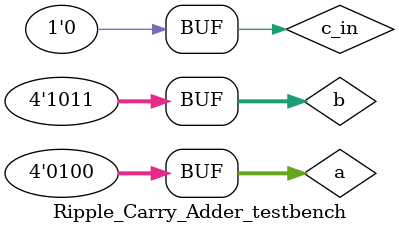
<source format=v>
`timescale 1ns / 1ps
module Full_Adder(sum,carry,a,b,c_in);
input a,b,c_in;
output sum,carry;
wire s1,c1,c2;
xor(s1,a,b);
xor(sum,s1,c_in);
and(c1,a,b);
and(c2,c_in,s1);
or(carry,c1,c2);
endmodule

/////////////////////////////RIPPLE CARRY ADDER DESIGN BLOCK////////////////////////////////
module Ripple_Carry_Adder(sum,c_out,a,b,c_in);
input [3:0]a,b;
output [3:0]sum;
output c_out;
input c_in;
wire c1,c2,c3;
Full_Adder fa0(sum[0],c1,a[0],b[0],c_in);
Full_Adder fa1(sum[1],c2,a[1],b[1],c1);
Full_Adder fa2(sum[2],c3,a[2],b[2],c2);
Full_Adder fa3(sum[3],c_out,a[3],b[3],c3);
endmodule

/////////////////////////////RIPPLE CARRY ADDER TESTBENCH BLOCK////////////////////////////////
module Ripple_Carry_Adder_testbench();
reg [3:0] a,b;
reg c_in;
wire [3:0] sum;
wire carry;
Ripple_Carry_Adder rca(sum,carry,a,b,c_in);
initial
begin
 a=4'd2; b=4'd7; c_in=1'b0;
 #5 a=4'd4; b=6'd11; 
 end
endmodule


</source>
